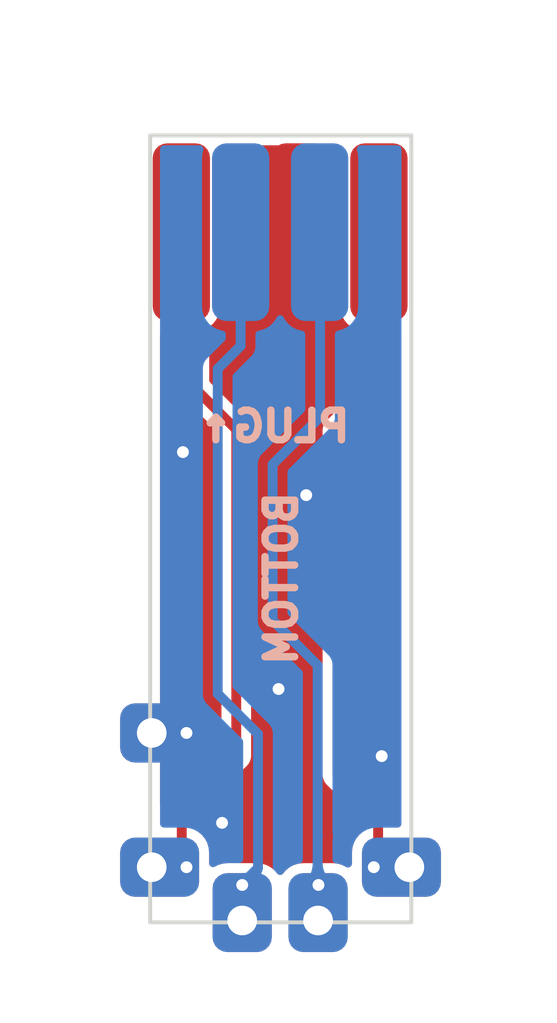
<source format=kicad_pcb>
(kicad_pcb (version 20171130) (host pcbnew "(5.1.8-0-10_14)")

  (general
    (thickness 0.8)
    (drawings 7)
    (tracks 33)
    (zones 0)
    (modules 2)
    (nets 6)
  )

  (page USLetter)
  (title_block
    (rev 1)
  )

  (layers
    (0 Front signal)
    (31 Back signal)
    (34 B.Paste user)
    (35 F.Paste user)
    (36 B.SilkS user)
    (37 F.SilkS user)
    (38 B.Mask user)
    (39 F.Mask user)
    (44 Edge.Cuts user)
    (45 Margin user)
    (46 B.CrtYd user)
    (47 F.CrtYd user)
    (49 F.Fab user hide)
  )

  (setup
    (last_trace_width 0.25)
    (user_trace_width 0.254)
    (user_trace_width 0.508)
    (user_trace_width 0.762)
    (trace_clearance 0.25)
    (zone_clearance 0.2)
    (zone_45_only no)
    (trace_min 0.1524)
    (via_size 0.6)
    (via_drill 0.3)
    (via_min_size 0.508)
    (via_min_drill 0.254)
    (user_via 0.6858 0.3302)
    (user_via 0.889 0.381)
    (uvia_size 0.6858)
    (uvia_drill 0.254)
    (uvias_allowed no)
    (uvia_min_size 0)
    (uvia_min_drill 0)
    (edge_width 0.1)
    (segment_width 0.254)
    (pcb_text_width 0.3048)
    (pcb_text_size 1.524 1.524)
    (mod_edge_width 0.127)
    (mod_text_size 0.762 0.762)
    (mod_text_width 0.127)
    (pad_size 1.524 1.524)
    (pad_drill 0.762)
    (pad_to_mask_clearance 0.0508)
    (aux_axis_origin 0 0)
    (visible_elements FFFFFF7F)
    (pcbplotparams
      (layerselection 0x010fc_ffffffff)
      (usegerberextensions false)
      (usegerberattributes false)
      (usegerberadvancedattributes false)
      (creategerberjobfile false)
      (excludeedgelayer true)
      (linewidth 0.152400)
      (plotframeref false)
      (viasonmask false)
      (mode 1)
      (useauxorigin false)
      (hpglpennumber 1)
      (hpglpenspeed 20)
      (hpglpendiameter 15.000000)
      (psnegative false)
      (psa4output false)
      (plotreference true)
      (plotvalue false)
      (plotinvisibletext false)
      (padsonsilk false)
      (subtractmaskfromsilk true)
      (outputformat 1)
      (mirror false)
      (drillshape 0)
      (scaleselection 1)
      (outputdirectory "./gerbers"))
  )

  (net 0 "")
  (net 1 /Audio_L)
  (net 2 /Audio_R)
  (net 3 /Sync)
  (net 4 /GND)
  (net 5 /+5V)

  (net_class Default "This is the default net class."
    (clearance 0.25)
    (trace_width 0.25)
    (via_dia 0.6)
    (via_drill 0.3)
    (uvia_dia 0.6858)
    (uvia_drill 0.254)
    (diff_pair_width 0.1524)
    (diff_pair_gap 0.1524)
    (add_net /+5V)
    (add_net /Audio_L)
    (add_net /Audio_R)
    (add_net /GND)
    (add_net /Sync)
  )

  (module 8DIN2VGA:DIN_Bottom (layer Front) (tedit 6150A7B4) (tstamp 61247471)
    (at 145 97.84)
    (path /61247066)
    (fp_text reference S1 (at 0.12 3.56) (layer F.Fab)
      (effects (font (size 1 1) (thickness 0.15)))
    )
    (fp_text value DIN_Bottom (at 0 -0.5) (layer F.Fab)
      (effects (font (size 1 1) (thickness 0.15)))
    )
    (pad 4 smd roundrect (at 0.5 0) (size 1.45 4.5) (layers Front F.Mask) (roundrect_rratio 0.25)
      (net 4 /GND) (zone_connect 2))
    (pad 5 smd roundrect (at -2.5 0) (size 1.45 4.5) (layers Front F.Mask) (roundrect_rratio 0.25)
      (net 5 /+5V))
    (pad 3 smd roundrect (at 2.5 0) (size 1.45 4.5) (layers Front F.Mask) (roundrect_rratio 0.25)
      (net 3 /Sync))
    (pad 1 smd roundrect (at 1 0) (size 1.45 4.5) (layers Back B.Mask) (roundrect_rratio 0.25)
      (net 2 /Audio_R))
    (pad 2 smd roundrect (at -1 0) (size 1.45 4.5) (layers Back B.Mask) (roundrect_rratio 0.25)
      (net 1 /Audio_L))
  )

  (module 8DIN2VGA:DIN_Bottom_to_Main (layer Front) (tedit 6150B27E) (tstamp 6124747C)
    (at 145 115.272828)
    (path /6124804F)
    (fp_text reference S2 (at -0.01 -2.732828) (layer F.Fab)
      (effects (font (size 1 1) (thickness 0.15)))
    )
    (fp_text value DIN_Bottom_to_Main (at 0 -16.9) (layer F.Fab)
      (effects (font (size 1 1) (thickness 0.15)))
    )
    (fp_poly (pts (xy 3.264598 -0.004345) (xy 1.328742 -0.015883) (xy 1.313663 -0.089632) (xy 1.272554 -0.1931)
      (xy 1.200837 -0.278474) (xy 1.108129 -0.339795) (xy 1.004047 -0.371106) (xy 0.898206 -0.366449)
      (xy 0.876686 -0.360354) (xy 0.766113 -0.303151) (xy 0.679615 -0.216733) (xy 0.626438 -0.110542)
      (xy 0.624176 -0.102512) (xy 0.597859 -0.004116) (xy 0 -0.01) (xy -0.597859 -0.015883)
      (xy -0.612933 -0.089632) (xy -0.654318 -0.190798) (xy -0.728576 -0.279227) (xy -0.824295 -0.342644)
      (xy -0.861396 -0.356859) (xy -0.93345 -0.375176) (xy -0.990291 -0.375507) (xy -1.057127 -0.35797)
      (xy -1.057754 -0.357763) (xy -1.168701 -0.299185) (xy -1.253459 -0.209074) (xy -1.303146 -0.099778)
      (xy -1.328546 -0.004811) (xy -3.245951 -0.004811) (xy -3.245951 -0.49269) (xy -3.245693 -0.652569)
      (xy -3.244634 -0.773678) (xy -3.242345 -0.861536) (xy -3.2384 -0.921661) (xy -3.232371 -0.95957)
      (xy -3.22383 -0.980783) (xy -3.212349 -0.990816) (xy -3.207198 -0.992824) (xy -3.076377 -1.046349)
      (xy -2.984921 -1.114034) (xy -2.928934 -1.200549) (xy -2.90452 -1.310567) (xy -2.902708 -1.357929)
      (xy -2.908973 -1.451409) (xy -2.930373 -1.518062) (xy -2.949034 -1.547782) (xy -3.011394 -1.614696)
      (xy -3.085737 -1.669847) (xy -3.157752 -1.703752) (xy -3.193865 -1.709955) (xy -3.245951 -1.709955)
      (xy -3.245951 -18.827827) (xy 3.264598 -18.827827) (xy 3.264598 -0.004345)) (layer F.Fab) (width 0.01))
    (pad 2 thru_hole circle (at -0.96 -0.9 270) (size 0.6 0.6) (drill 0.3) (layers *.Cu *.Mask)
      (net 1 /Audio_L))
    (pad 2 thru_hole roundrect (at -0.96 0) (size 1.5 2) (drill 0.75 (offset 0 -0.2)) (layers *.Cu *.Mask) (roundrect_rratio 0.25)
      (net 1 /Audio_L))
    (pad 1 thru_hole roundrect (at 0.96 0) (size 1.5 2) (drill 0.75 (offset 0 -0.2)) (layers *.Cu *.Mask) (roundrect_rratio 0.25)
      (net 2 /Audio_R))
    (pad 1 thru_hole circle (at 0.97 -0.9 270) (size 0.6 0.6) (drill 0.3) (layers *.Cu *.Mask)
      (net 2 /Audio_R))
    (pad 5 thru_hole roundrect (at -3.25 -1.35 270) (size 1.5 2) (drill 0.75 (offset 0 -0.2)) (layers *.Cu *.Mask) (roundrect_rratio 0.25)
      (net 5 /+5V))
    (pad 5 thru_hole circle (at -2.37 -1.35 270) (size 0.6 0.6) (drill 0.3) (layers *.Cu *.Mask)
      (net 5 /+5V))
    (pad 3 thru_hole circle (at 2.37 -1.35 270) (size 0.6 0.6) (drill 0.3) (layers *.Cu *.Mask)
      (net 3 /Sync))
    (pad 3 thru_hole roundrect (at 3.27 -1.35 90) (size 1.5 2) (drill 0.75 (offset 0 -0.2)) (layers *.Cu *.Mask) (roundrect_rratio 0.25)
      (net 3 /Sync))
    (pad 4 thru_hole roundrect (at -3.25 -4.75 270) (size 1.5 2) (drill 0.75 (offset 0 -0.2)) (layers *.Cu *.Mask) (roundrect_rratio 0.25)
      (net 4 /GND))
    (pad 4 thru_hole circle (at -2.37 -4.75 270) (size 0.6 0.6) (drill 0.3) (layers *.Cu *.Mask)
      (net 4 /GND))
  )

  (gr_text PLUG↑ (at 144.82 102.76) (layer B.SilkS)
    (effects (font (size 0.75 0.75) (thickness 0.1875)) (justify mirror))
  )
  (gr_text BOTTOM (at 145.03 106.61 90) (layer B.SilkS)
    (effects (font (size 0.75 0.75) (thickness 0.1875)) (justify mirror))
  )
  (gr_poly (pts (xy 149.25 110.27) (xy 147.76 110.27) (xy 147.76 104.34) (xy 149.25 104.34)) (layer Cmts.User) (width 0.1))
  (gr_line (start 148.32 95.39) (end 148.32 115.32) (layer Edge.Cuts) (width 0.1))
  (gr_line (start 141.71 95.39) (end 148.32 95.39) (layer Edge.Cuts) (width 0.1))
  (gr_line (start 141.71 115.32) (end 141.71 95.39) (layer Edge.Cuts) (width 0.1))
  (gr_line (start 141.71 115.32) (end 148.32 115.32) (layer Edge.Cuts) (width 0.1))

  (segment (start 144.03 114.35) (end 144.02 114.35) (width 0.25) (layer Back) (net 1))
  (segment (start 144.44 113.94) (end 144.03 114.35) (width 0.25) (layer Back) (net 1))
  (segment (start 144.44 110.55) (end 144.44 113.94) (width 0.25) (layer Back) (net 1))
  (segment (start 143.42 101.3) (end 143.42 109.53) (width 0.25) (layer Back) (net 1))
  (segment (start 144 100.72) (end 143.42 101.3) (width 0.25) (layer Back) (net 1))
  (segment (start 143.42 109.53) (end 144.44 110.55) (width 0.25) (layer Back) (net 1))
  (segment (start 144 97.84) (end 144 100.72) (width 0.25) (layer Back) (net 1))
  (segment (start 145.95 108.81) (end 145.95 113.14) (width 0.25) (layer Back) (net 2) (status 20))
  (segment (start 144.81 103.72) (end 144.81 107.67) (width 0.25) (layer Back) (net 2))
  (segment (start 145.95 113.14) (end 145.96 113.15) (width 0.25) (layer Back) (net 2) (status 30))
  (segment (start 146.01 102.52) (end 144.81 103.72) (width 0.25) (layer Back) (net 2))
  (segment (start 146.01 97.85) (end 146.01 102.52) (width 0.25) (layer Back) (net 2) (status 10))
  (segment (start 144.81 107.67) (end 145.95 108.81) (width 0.25) (layer Back) (net 2))
  (segment (start 146 97.84) (end 146.01 97.85) (width 0.25) (layer Back) (net 2) (status 30))
  (segment (start 145.95 113.14) (end 145.95 114.37) (width 0.25) (layer Back) (net 2))
  (segment (start 146.45 102.87) (end 146.45 111.57) (width 0.25) (layer Front) (net 3))
  (segment (start 147.19 102.13) (end 146.45 102.87) (width 0.25) (layer Front) (net 3))
  (segment (start 147.19 98.15) (end 147.19 102.13) (width 0.25) (layer Front) (net 3))
  (segment (start 146.45 111.57) (end 147.48 112.6) (width 0.25) (layer Front) (net 3))
  (segment (start 147.5 97.84) (end 147.19 98.15) (width 0.25) (layer Front) (net 3))
  (segment (start 147.48 112.6) (end 147.48 113.87) (width 0.25) (layer Front) (net 3))
  (via (at 145.66 104.5) (size 0.6) (drill 0.3) (layers Front Back) (net 4))
  (via (at 143.53 112.8) (size 0.6) (drill 0.3) (layers Front Back) (net 4))
  (via (at 147.57 111.11) (size 0.6) (drill 0.3) (layers Front Back) (net 4))
  (via (at 142.54 103.41) (size 0.6) (drill 0.3) (layers Front Back) (net 4))
  (via (at 144.96 109.41) (size 0.6) (drill 0.3) (layers Front Back) (net 4))
  (segment (start 142.51 112.47) (end 142.51 112.51) (width 0.25) (layer Front) (net 5))
  (segment (start 142.51 112.51) (end 142.51 113.79) (width 0.25) (layer Front) (net 5))
  (segment (start 143.89 102.84) (end 143.89 111.09) (width 0.25) (layer Front) (net 5))
  (segment (start 142.83 101.78) (end 143.89 102.84) (width 0.25) (layer Front) (net 5))
  (segment (start 142.5 97.84) (end 142.83 98.17) (width 0.25) (layer Front) (net 5))
  (segment (start 143.89 111.09) (end 142.51 112.47) (width 0.25) (layer Front) (net 5))
  (segment (start 142.83 98.17) (end 142.83 101.78) (width 0.25) (layer Front) (net 5))

  (zone (net 4) (net_name /GND) (layer Front) (tstamp 0) (hatch edge 0.508)
    (connect_pads yes (clearance 0.2))
    (min_thickness 0.2)
    (fill yes (arc_segments 32) (thermal_gap 0.4) (thermal_bridge_width 0.4))
    (polygon
      (pts
        (xy 150.05 116) (xy 137.91 116) (xy 137.91 91.96) (xy 150.05 91.96)
      )
    )
    (filled_polygon
      (pts
        (xy 146.43703 95.813168) (xy 146.423307 95.9525) (xy 146.423307 99.7275) (xy 146.43703 99.866832) (xy 146.477672 100.00081)
        (xy 146.54367 100.124284) (xy 146.632489 100.232511) (xy 146.715001 100.300226) (xy 146.715001 101.933248) (xy 146.130634 102.517616)
        (xy 146.112499 102.532499) (xy 146.053141 102.604827) (xy 146.009034 102.687347) (xy 145.990974 102.746883) (xy 145.981873 102.776884)
        (xy 145.972702 102.87) (xy 145.975 102.893332) (xy 145.975001 111.546658) (xy 145.972702 111.57) (xy 145.981873 111.663116)
        (xy 146.009035 111.752654) (xy 146.053142 111.835173) (xy 146.1125 111.907501) (xy 146.130629 111.922379) (xy 147.005 112.796751)
        (xy 147.005 112.973371) (xy 146.93115 113.033978) (xy 146.840777 113.144099) (xy 146.773623 113.269735) (xy 146.73227 113.406057)
        (xy 146.718307 113.547828) (xy 146.718307 113.832689) (xy 146.613093 113.776451) (xy 146.476771 113.735098) (xy 146.335 113.721135)
        (xy 145.585 113.721135) (xy 145.443229 113.735098) (xy 145.306907 113.776451) (xy 145.181271 113.843605) (xy 145.07115 113.933978)
        (xy 145 114.020675) (xy 144.92885 113.933978) (xy 144.818729 113.843605) (xy 144.693093 113.776451) (xy 144.556771 113.735098)
        (xy 144.415 113.721135) (xy 143.665 113.721135) (xy 143.523229 113.735098) (xy 143.386907 113.776451) (xy 143.301693 113.821999)
        (xy 143.301693 113.547828) (xy 143.28773 113.406057) (xy 143.246377 113.269735) (xy 143.179223 113.144099) (xy 143.08885 113.033978)
        (xy 142.985 112.948751) (xy 142.985 112.66675) (xy 144.209377 111.442375) (xy 144.227501 111.427501) (xy 144.286859 111.355173)
        (xy 144.330966 111.272654) (xy 144.358127 111.183116) (xy 144.365 111.113332) (xy 144.367298 111.09) (xy 144.365 111.066668)
        (xy 144.365 102.863331) (xy 144.367298 102.839999) (xy 144.358127 102.746883) (xy 144.349888 102.719722) (xy 144.330966 102.657346)
        (xy 144.286859 102.574827) (xy 144.227501 102.502499) (xy 144.209371 102.48762) (xy 143.305 101.58325) (xy 143.305 100.283812)
        (xy 143.367511 100.232511) (xy 143.45633 100.124284) (xy 143.522328 100.00081) (xy 143.56297 99.866832) (xy 143.576693 99.7275)
        (xy 143.576693 95.9525) (xy 143.56297 95.813168) (xy 143.540775 95.74) (xy 146.459225 95.74)
      )
    )
    (filled_polygon
      (pts
        (xy 147.970001 112.821135) (xy 147.955 112.821135) (xy 147.955 112.623332) (xy 147.957298 112.6) (xy 147.948127 112.506883)
        (xy 147.929861 112.446669) (xy 147.920966 112.417346) (xy 147.876859 112.334827) (xy 147.817501 112.262499) (xy 147.799371 112.24762)
        (xy 146.925 111.37325) (xy 146.925 103.06675) (xy 147.509371 102.48238) (xy 147.527501 102.467501) (xy 147.586859 102.395173)
        (xy 147.630966 102.312654) (xy 147.658127 102.223116) (xy 147.665 102.153332) (xy 147.667298 102.130001) (xy 147.665 102.106668)
        (xy 147.665 100.441693) (xy 147.8625 100.441693) (xy 147.97 100.431105)
      )
    )
    (filled_polygon
      (pts
        (xy 142.1375 100.441693) (xy 142.355001 100.441693) (xy 142.355001 101.756658) (xy 142.352702 101.78) (xy 142.361873 101.873116)
        (xy 142.384391 101.947346) (xy 142.389035 101.962654) (xy 142.433142 102.045173) (xy 142.4925 102.117501) (xy 142.510629 102.132379)
        (xy 143.415 103.036751) (xy 143.415001 110.893247) (xy 142.190634 112.117616) (xy 142.172499 112.132499) (xy 142.113141 112.204827)
        (xy 142.069034 112.287347) (xy 142.06 112.317128) (xy 142.06 100.43406)
      )
    )
  )
  (zone (net 4) (net_name /GND) (layer Back) (tstamp 0) (hatch edge 0.508)
    (connect_pads yes (clearance 0.2))
    (min_thickness 0.2)
    (fill yes (arc_segments 32) (thermal_gap 0.4) (thermal_bridge_width 0.4))
    (polygon
      (pts
        (xy 152.02 117.87) (xy 140.16 117.87) (xy 140.16 93.97) (xy 152.02 93.97)
      )
    )
    (filled_polygon
      (pts
        (xy 145.04367 100.124284) (xy 145.132489 100.232511) (xy 145.240716 100.32133) (xy 145.36419 100.387328) (xy 145.498168 100.42797)
        (xy 145.535001 100.431598) (xy 145.535001 102.323248) (xy 144.490634 103.367616) (xy 144.472499 103.382499) (xy 144.413141 103.454827)
        (xy 144.369034 103.537347) (xy 144.350112 103.599723) (xy 144.341873 103.626884) (xy 144.332702 103.72) (xy 144.335 103.743332)
        (xy 144.335001 107.646658) (xy 144.332702 107.67) (xy 144.341873 107.763116) (xy 144.369035 107.852654) (xy 144.413142 107.935173)
        (xy 144.4725 108.007501) (xy 144.490629 108.022379) (xy 145.475 109.006751) (xy 145.475001 113.116658) (xy 145.472702 113.14)
        (xy 145.475 113.163332) (xy 145.475 113.731969) (xy 145.443229 113.735098) (xy 145.306907 113.776451) (xy 145.181271 113.843605)
        (xy 145.07115 113.933978) (xy 145 114.020675) (xy 144.92885 113.933978) (xy 144.915637 113.923134) (xy 144.915 113.916668)
        (xy 144.915 110.573332) (xy 144.917298 110.55) (xy 144.908127 110.456884) (xy 144.880966 110.367345) (xy 144.865602 110.338602)
        (xy 144.836859 110.284827) (xy 144.777501 110.212499) (xy 144.759377 110.197625) (xy 143.895 109.33325) (xy 143.895 101.496751)
        (xy 144.319377 101.072375) (xy 144.337501 101.057501) (xy 144.396859 100.985173) (xy 144.440706 100.903141) (xy 144.440966 100.902655)
        (xy 144.468127 100.813116) (xy 144.477298 100.72) (xy 144.475 100.696668) (xy 144.475 100.430613) (xy 144.501832 100.42797)
        (xy 144.63581 100.387328) (xy 144.759284 100.32133) (xy 144.867511 100.232511) (xy 144.95633 100.124284) (xy 145 100.042583)
      )
    )
    (filled_polygon
      (pts
        (xy 147.970001 112.821135) (xy 147.445 112.821135) (xy 147.303229 112.835098) (xy 147.166907 112.876451) (xy 147.041271 112.943605)
        (xy 146.93115 113.033978) (xy 146.840777 113.144099) (xy 146.773623 113.269735) (xy 146.73227 113.406057) (xy 146.718307 113.547828)
        (xy 146.718307 113.832689) (xy 146.613093 113.776451) (xy 146.476771 113.735098) (xy 146.425 113.729999) (xy 146.425 113.253423)
        (xy 146.428127 113.243115) (xy 146.437298 113.149999) (xy 146.428127 113.056884) (xy 146.425 113.046576) (xy 146.425 108.833329)
        (xy 146.427298 108.809999) (xy 146.425 108.786668) (xy 146.418127 108.716884) (xy 146.390966 108.627346) (xy 146.346859 108.544827)
        (xy 146.287501 108.472499) (xy 146.269371 108.45762) (xy 145.285 107.47325) (xy 145.285 103.91675) (xy 146.329371 102.87238)
        (xy 146.347501 102.857501) (xy 146.406859 102.785173) (xy 146.450966 102.702654) (xy 146.478127 102.613116) (xy 146.485 102.543332)
        (xy 146.487298 102.520001) (xy 146.485 102.496669) (xy 146.485 100.429628) (xy 146.501832 100.42797) (xy 146.63581 100.387328)
        (xy 146.759284 100.32133) (xy 146.867511 100.232511) (xy 146.95633 100.124284) (xy 147.022328 100.00081) (xy 147.06297 99.866832)
        (xy 147.076693 99.7275) (xy 147.076693 95.9525) (xy 147.06297 95.813168) (xy 147.040775 95.74) (xy 147.97 95.74)
      )
    )
    (filled_polygon
      (pts
        (xy 142.93703 95.813168) (xy 142.923307 95.9525) (xy 142.923307 99.7275) (xy 142.93703 99.866832) (xy 142.977672 100.00081)
        (xy 143.04367 100.124284) (xy 143.132489 100.232511) (xy 143.240716 100.32133) (xy 143.36419 100.387328) (xy 143.498168 100.42797)
        (xy 143.525001 100.430613) (xy 143.525001 100.523248) (xy 143.100633 100.947617) (xy 143.082499 100.962499) (xy 143.023141 101.034827)
        (xy 142.979034 101.117347) (xy 142.960112 101.179723) (xy 142.951873 101.206884) (xy 142.942702 101.3) (xy 142.945 101.323332)
        (xy 142.945001 109.506658) (xy 142.942702 109.53) (xy 142.951873 109.623116) (xy 142.979035 109.712654) (xy 143.023142 109.795173)
        (xy 143.0825 109.867501) (xy 143.100629 109.882379) (xy 143.965 110.746752) (xy 143.965001 113.721135) (xy 143.665 113.721135)
        (xy 143.523229 113.735098) (xy 143.386907 113.776451) (xy 143.301693 113.821999) (xy 143.301693 113.547828) (xy 143.28773 113.406057)
        (xy 143.246377 113.269735) (xy 143.179223 113.144099) (xy 143.08885 113.033978) (xy 142.978729 112.943605) (xy 142.853093 112.876451)
        (xy 142.716771 112.835098) (xy 142.575 112.821135) (xy 142.06 112.821135) (xy 142.06 95.74) (xy 142.959225 95.74)
      )
    )
  )
  (zone (net 1) (net_name /Audio_L) (layer Back) (tstamp 0) (hatch edge 0.508)
    (priority 16962)
    (connect_pads yes (clearance 0.25))
    (min_thickness 0.0254)
    (fill yes (arc_segments 32) (thermal_gap 0.508) (thermal_bridge_width 0.508))
    (polygon
      (pts
        (xy 144.315 113.919828) (xy 144.308379 113.975528) (xy 144.289705 114.014655) (xy 144.260756 114.040268) (xy 144.223313 114.055423)
        (xy 144.179154 114.063176) (xy 144.130059 114.066584) (xy 144.077808 114.068705) (xy 144.02418 114.072596) (xy 143.970956 114.081312)
        (xy 143.919914 114.097912) (xy 143.94246 114.486783) (xy 144.34 114.372828) (xy 144.3463 114.316052) (xy 144.3634 114.269528)
        (xy 144.388599 114.230368) (xy 144.4192 114.195683) (xy 144.4525 114.162585) (xy 144.4858 114.128187) (xy 144.5164 114.0896)
        (xy 144.5416 114.043937) (xy 144.5587 113.988309) (xy 144.565 113.919828)
      )
    )
    (filled_polygon
      (pts
        (xy 144.546173 113.985838) (xy 144.529847 114.03895) (xy 144.505793 114.082536) (xy 144.476238 114.119805) (xy 144.443479 114.153645)
        (xy 144.410247 114.186675) (xy 144.409677 114.187281) (xy 144.379076 114.221966) (xy 144.377919 114.223496) (xy 144.35272 114.262656)
        (xy 144.35148 114.265147) (xy 144.33438 114.311671) (xy 144.333677 114.314651) (xy 144.328316 114.362966) (xy 143.95422 114.470201)
        (xy 143.93316 114.106959) (xy 143.973963 114.093689) (xy 144.025664 114.085222) (xy 144.07852 114.081387) (xy 144.130574 114.079274)
        (xy 144.130938 114.079254) (xy 144.180033 114.075846) (xy 144.18135 114.075685) (xy 144.225509 114.067932) (xy 144.228078 114.067195)
        (xy 144.265521 114.05204) (xy 144.267726 114.050885) (xy 144.269171 114.04978) (xy 144.29812 114.024167) (xy 144.299814 114.022342)
        (xy 144.301167 114.020125) (xy 144.319841 113.980998) (xy 144.320687 113.978657) (xy 144.32099 113.977027) (xy 144.32628 113.932528)
        (xy 144.551078 113.932528)
      )
    )
  )
  (zone (net 1) (net_name /Audio_L) (layer Back) (tstamp 0) (hatch edge 0.508)
    (priority 16962)
    (connect_pads yes (clearance 0.25))
    (min_thickness 0.0254)
    (fill yes (arc_segments 32) (thermal_gap 0.508) (thermal_bridge_width 0.508))
    (polygon
      (pts
        (xy 144.125 99.285) (xy 144.133323 99.115294) (xy 144.156937 98.975656) (xy 144.193812 98.859544) (xy 144.241913 98.760418)
        (xy 144.29921 98.671735) (xy 144.36367 98.586954) (xy 144.433261 98.499533) (xy 144.505951 98.402932) (xy 144.579708 98.290608)
        (xy 144.6525 98.15602) (xy 144 97.4775) (xy 143.3475 98.15602) (xy 143.420291 98.290608) (xy 143.494048 98.402932)
        (xy 143.566738 98.499533) (xy 143.636329 98.586954) (xy 143.700789 98.671735) (xy 143.758086 98.760418) (xy 143.806187 98.859544)
        (xy 143.843062 98.975656) (xy 143.866676 99.115294) (xy 143.875 99.285)
      )
    )
    (filled_polygon
      (pts
        (xy 144.636916 98.158137) (xy 144.568794 98.284091) (xy 144.495557 98.395623) (xy 144.423219 98.491757) (xy 144.353734 98.579044)
        (xy 144.35356 98.579267) (xy 144.2891 98.664048) (xy 144.288543 98.664843) (xy 144.231246 98.753526) (xy 144.230487 98.754874)
        (xy 144.182386 98.854) (xy 144.181708 98.8557) (xy 144.144833 98.971812) (xy 144.144415 98.973538) (xy 144.120801 99.113176)
        (xy 144.120638 99.114672) (xy 144.112907 99.2723) (xy 143.887093 99.2723) (xy 143.879361 99.114672) (xy 143.879198 99.113176)
        (xy 143.855584 98.973538) (xy 143.855166 98.971812) (xy 143.818291 98.8557) (xy 143.817613 98.854) (xy 143.769512 98.754874)
        (xy 143.768753 98.753526) (xy 143.711456 98.664843) (xy 143.710899 98.664048) (xy 143.646439 98.579267) (xy 143.646265 98.579044)
        (xy 143.57678 98.491757) (xy 143.504442 98.395623) (xy 143.431205 98.284091) (xy 143.363084 98.158137) (xy 144 97.495822)
      )
    )
  )
  (zone (net 2) (net_name /Audio_R) (layer Back) (tstamp 0) (hatch edge 0.508)
    (priority 16962)
    (connect_pads yes (clearance 0.25))
    (min_thickness 0.0254)
    (fill yes (arc_segments 32) (thermal_gap 0.508) (thermal_bridge_width 0.508))
    (polygon
      (pts
        (xy 146.135 99.295) (xy 146.143271 99.123208) (xy 146.166727 98.981713) (xy 146.203332 98.863904) (xy 146.251052 98.763168)
        (xy 146.307849 98.672895) (xy 146.37169 98.586472) (xy 146.440537 98.497288) (xy 146.512356 98.398731) (xy 146.585111 98.28419)
        (xy 146.656767 98.147053) (xy 145.995035 97.477535) (xy 145.35189 98.164928) (xy 145.426635 98.299017) (xy 145.501861 98.411027)
        (xy 145.575601 98.50748) (xy 145.645888 98.5949) (xy 145.710757 98.67981) (xy 145.768241 98.768732) (xy 145.816373 98.868189)
        (xy 145.853188 98.984704) (xy 145.876719 99.1248) (xy 145.885 99.295)
      )
    )
    (filled_polygon
      (pts
        (xy 146.641218 98.149388) (xy 146.574103 98.277835) (xy 146.501855 98.391577) (xy 146.430386 98.489654) (xy 146.361637 98.578711)
        (xy 146.361475 98.578926) (xy 146.297634 98.665349) (xy 146.2971 98.666132) (xy 146.240303 98.756405) (xy 146.239575 98.757731)
        (xy 146.191855 98.858467) (xy 146.191204 98.860136) (xy 146.154599 98.977945) (xy 146.154198 98.979636) (xy 146.130742 99.121131)
        (xy 146.130586 99.122597) (xy 146.122897 99.2823) (xy 145.897097 99.2823) (xy 145.889404 99.124183) (xy 145.889244 99.122696)
        (xy 145.865713 98.9826) (xy 145.865298 98.980878) (xy 145.828483 98.864363) (xy 145.827805 98.862657) (xy 145.779673 98.7632)
        (xy 145.778906 98.761837) (xy 145.721422 98.672915) (xy 145.720849 98.6721) (xy 145.65598 98.58719) (xy 145.655786 98.586942)
        (xy 145.585574 98.499616) (xy 145.512193 98.403632) (xy 145.437472 98.292374) (xy 145.367495 98.166838) (xy 145.995286 97.495856)
      )
    )
  )
  (zone (net 2) (net_name /Audio_R) (layer Back) (tstamp 0) (hatch edge 0.508)
    (priority 16962)
    (connect_pads yes (clearance 0.25))
    (min_thickness 0.0254)
    (fill yes (arc_segments 32) (thermal_gap 0.508) (thermal_bridge_width 0.508))
    (polygon
      (pts
        (xy 145.825 113.78) (xy 145.823352 113.8489) (xy 145.81855 113.907381) (xy 145.810803 113.957615) (xy 145.80032 114.001773)
        (xy 145.787311 114.042028) (xy 145.771986 114.08055) (xy 145.754554 114.119513) (xy 145.735226 114.161088) (xy 145.71421 114.207447)
        (xy 145.691717 114.260763) (xy 145.980221 114.522479) (xy 146.230461 114.223967) (xy 146.20261 114.176771) (xy 146.17716 114.135402)
        (xy 146.154236 114.097907) (xy 146.133964 114.062335) (xy 146.116468 114.026735) (xy 146.101872 113.989154) (xy 146.090303 113.947641)
        (xy 146.081884 113.900246) (xy 146.076742 113.845016) (xy 146.075 113.78)
      )
    )
    (filled_polygon
      (pts
        (xy 146.064047 113.845356) (xy 146.064097 113.846193) (xy 146.069239 113.901423) (xy 146.06938 113.902467) (xy 146.077799 113.949862)
        (xy 146.078069 113.95105) (xy 146.089638 113.992563) (xy 146.090034 113.993752) (xy 146.10463 114.031333) (xy 146.10507 114.032337)
        (xy 146.122566 114.067937) (xy 146.12293 114.068623) (xy 146.143202 114.104195) (xy 146.143401 114.104532) (xy 146.166325 114.142027)
        (xy 146.166343 114.142057) (xy 146.191734 114.183331) (xy 146.21496 114.222689) (xy 145.978972 114.504199) (xy 145.706917 114.257405)
        (xy 145.725842 114.212548) (xy 145.746793 114.166332) (xy 145.76607 114.124867) (xy 145.766147 114.1247) (xy 145.783579 114.085737)
        (xy 145.783786 114.085245) (xy 145.799111 114.046723) (xy 145.799396 114.045933) (xy 145.812405 114.005678) (xy 145.812677 114.004706)
        (xy 145.82316 113.960548) (xy 145.823355 113.959551) (xy 145.831102 113.909317) (xy 145.831207 113.90842) (xy 145.836009 113.849939)
        (xy 145.836048 113.849204) (xy 145.8374 113.7927) (xy 146.062636 113.7927)
      )
    )
  )
  (zone (net 3) (net_name /Sync) (layer Front) (tstamp 0) (hatch edge 0.508)
    (priority 16962)
    (connect_pads yes (clearance 0.25))
    (min_thickness 0.0254)
    (fill yes (arc_segments 32) (thermal_gap 0.508) (thermal_bridge_width 0.508))
    (polygon
      (pts
        (xy 147.315 99.225) (xy 147.323341 99.083154) (xy 147.347509 98.967134) (xy 147.386217 98.872229) (xy 147.438179 98.793729)
        (xy 147.502108 98.726922) (xy 147.576718 98.6671) (xy 147.660723 98.609551) (xy 147.752836 98.549565) (xy 147.851772 98.482431)
        (xy 147.956245 98.40344) (xy 147.654111 97.511891) (xy 146.775052 97.848637) (xy 146.78496 98.018423) (xy 146.808035 98.161675)
        (xy 146.840929 98.285663) (xy 146.880295 98.397659) (xy 146.922788 98.504934) (xy 146.965059 98.614759) (xy 147.003763 98.734407)
        (xy 147.035552 98.871149) (xy 147.05708 99.032256) (xy 147.065 99.225)
      )
    )
    (filled_polygon
      (pts
        (xy 147.941276 98.398837) (xy 147.84438 98.472099) (xy 147.745782 98.539004) (xy 147.653793 98.598909) (xy 147.653545 98.599074)
        (xy 147.56954 98.656623) (xy 147.568774 98.657192) (xy 147.494164 98.717014) (xy 147.492932 98.718142) (xy 147.429003 98.784949)
        (xy 147.427589 98.786719) (xy 147.375627 98.865219) (xy 147.374457 98.867433) (xy 147.335749 98.962338) (xy 147.335076 98.964544)
        (xy 147.310908 99.080564) (xy 147.310663 99.082408) (xy 147.303025 99.2123) (xy 147.077189 99.2123) (xy 147.069769 99.031735)
        (xy 147.069668 99.030574) (xy 147.04814 98.869467) (xy 147.047922 98.868273) (xy 147.016133 98.731531) (xy 147.015847 98.730498)
        (xy 146.977143 98.61085) (xy 146.976911 98.610197) (xy 146.93464 98.500372) (xy 146.934595 98.500257) (xy 146.892193 98.393211)
        (xy 146.853077 98.281927) (xy 146.820472 98.15903) (xy 146.7976 98.017039) (xy 146.788271 97.857173) (xy 147.646322 97.528475)
      )
    )
  )
  (zone (net 3) (net_name /Sync) (layer Front) (tstamp 0) (hatch edge 0.508)
    (priority 16962)
    (connect_pads yes (clearance 0.25))
    (min_thickness 0.0254)
    (fill yes (arc_segments 32) (thermal_gap 0.508) (thermal_bridge_width 0.508))
    (polygon
      (pts
        (xy 147.355 113.34) (xy 147.353056 113.396795) (xy 147.347247 113.445287) (xy 147.337607 113.486882) (xy 147.324171 113.522987)
        (xy 147.306973 113.555007) (xy 147.286048 113.584351) (xy 147.26143 113.612424) (xy 147.233154 113.640633) (xy 147.201253 113.670384)
        (xy 147.165763 113.703085) (xy 147.315629 114.062626) (xy 147.669038 113.898824) (xy 147.662714 113.834326) (xy 147.655218 113.778509)
        (xy 147.646983 113.728836) (xy 147.638441 113.682769) (xy 147.630026 113.637771) (xy 147.622171 113.591305) (xy 147.615308 113.540832)
        (xy 147.609869 113.483815) (xy 147.606289 113.417716) (xy 147.605 113.34)
      )
    )
    (filled_polygon
      (pts
        (xy 147.593591 113.417927) (xy 147.593608 113.418403) (xy 147.597188 113.484502) (xy 147.597226 113.485021) (xy 147.602665 113.542038)
        (xy 147.602724 113.542543) (xy 147.609587 113.593016) (xy 147.609649 113.593422) (xy 147.617504 113.639888) (xy 147.617542 113.640106)
        (xy 147.625957 113.685104) (xy 147.625958 113.685104) (xy 147.634472 113.731022) (xy 147.642657 113.780395) (xy 147.650098 113.835801)
        (xy 147.655519 113.891091) (xy 147.32227 114.04555) (xy 147.180905 113.706403) (xy 147.209859 113.679724) (xy 147.209915 113.679672)
        (xy 147.241816 113.649921) (xy 147.242124 113.649624) (xy 147.2704 113.621415) (xy 147.270979 113.620797) (xy 147.295597 113.592724)
        (xy 147.296388 113.591725) (xy 147.317313 113.562381) (xy 147.318161 113.561016) (xy 147.335359 113.528996) (xy 147.336074 113.527416)
        (xy 147.34951 113.491311) (xy 147.349979 113.489749) (xy 147.359619 113.448154) (xy 147.359857 113.446798) (xy 147.365666 113.398306)
        (xy 147.365749 113.397229) (xy 147.367273 113.3527) (xy 147.592509 113.3527)
      )
    )
  )
  (zone (net 5) (net_name /+5V) (layer Front) (tstamp 0) (hatch edge 0.508)
    (priority 16962)
    (connect_pads yes (clearance 0.25))
    (min_thickness 0.0254)
    (fill yes (arc_segments 32) (thermal_gap 0.508) (thermal_bridge_width 0.508))
    (polygon
      (pts
        (xy 142.385 113.34) (xy 142.383787 113.418846) (xy 142.380447 113.48594) (xy 142.375422 113.543852) (xy 142.369156 113.595149)
        (xy 142.362094 113.642401) (xy 142.354679 113.688177) (xy 142.347356 113.735047) (xy 142.340567 113.785578) (xy 142.334758 113.842342)
        (xy 142.330372 113.907906) (xy 142.688587 114.060913) (xy 142.827477 113.696991) (xy 142.791351 113.665594) (xy 142.758888 113.63686)
        (xy 142.730121 113.609431) (xy 142.705083 113.581952) (xy 142.683806 113.553064) (xy 142.666323 113.521411) (xy 142.652669 113.485635)
        (xy 142.642874 113.444379) (xy 142.636974 113.396286) (xy 142.635 113.34)
      )
    )
    (filled_polygon
      (pts
        (xy 142.624282 113.396731) (xy 142.624369 113.397832) (xy 142.630269 113.445925) (xy 142.630517 113.447313) (xy 142.640312 113.488569)
        (xy 142.640804 113.490163) (xy 142.654458 113.525939) (xy 142.655206 113.527551) (xy 142.672689 113.559204) (xy 142.67358 113.560596)
        (xy 142.694857 113.589484) (xy 142.695695 113.590506) (xy 142.720733 113.617985) (xy 142.721357 113.618622) (xy 142.750124 113.646051)
        (xy 142.750471 113.64637) (xy 142.782934 113.675104) (xy 142.78302 113.67518) (xy 142.812447 113.700755) (xy 142.681431 114.044046)
        (xy 142.343645 113.899766) (xy 142.347416 113.843403) (xy 142.35318 113.787073) (xy 142.359924 113.736876) (xy 142.367216 113.690208)
        (xy 142.374631 113.644432) (xy 142.374654 113.644278) (xy 142.381716 113.597026) (xy 142.381762 113.596689) (xy 142.388028 113.545392)
        (xy 142.388074 113.54495) (xy 142.393099 113.487038) (xy 142.393131 113.486571) (xy 142.396471 113.419477) (xy 142.396485 113.419041)
        (xy 142.397506 113.3527) (xy 142.622738 113.3527)
      )
    )
  )
  (zone (net 5) (net_name /+5V) (layer Front) (tstamp 0) (hatch edge 0.508)
    (priority 16962)
    (connect_pads yes (clearance 0.25))
    (min_thickness 0.0254)
    (fill yes (arc_segments 32) (thermal_gap 0.508) (thermal_bridge_width 0.508))
    (polygon
      (pts
        (xy 142.955 99.215) (xy 142.96256 99.022878) (xy 142.98308 98.862091) (xy 143.013319 98.72544) (xy 143.05004 98.605727)
        (xy 143.09 98.495752) (xy 143.12996 98.388317) (xy 143.16668 98.276223) (xy 143.19692 98.152272) (xy 143.21744 98.009263)
        (xy 143.225 97.84) (xy 142.3359 97.516771) (xy 142.061248 98.417166) (xy 142.16645 98.491936) (xy 142.265959 98.555656)
        (xy 142.358508 98.612889) (xy 142.44283 98.668194) (xy 142.517656 98.726134) (xy 142.58172 98.79127) (xy 142.633753 98.868163)
        (xy 142.67249 98.961375) (xy 142.696661 99.075466) (xy 142.705 99.215)
      )
    )
    (filled_polygon
      (pts
        (xy 143.211897 97.84875) (xy 143.204781 98.008074) (xy 143.184436 98.149859) (xy 143.154459 98.272732) (xy 143.117964 98.384139)
        (xy 143.078097 98.491325) (xy 143.078064 98.491415) (xy 143.038104 98.60139) (xy 143.037898 98.602003) (xy 143.001177 98.721716)
        (xy 143.000919 98.722696) (xy 142.97068 98.859347) (xy 142.970482 98.860483) (xy 142.949962 99.02127) (xy 142.94987 99.022379)
        (xy 142.94279 99.2023) (xy 142.716963 99.2023) (xy 142.709338 99.074708) (xy 142.709085 99.072834) (xy 142.684914 98.958743)
        (xy 142.684218 98.956501) (xy 142.645481 98.863289) (xy 142.644271 98.861045) (xy 142.592238 98.784152) (xy 142.590774 98.782365)
        (xy 142.52671 98.717229) (xy 142.525431 98.716092) (xy 142.450605 98.658152) (xy 142.449795 98.657574) (xy 142.365473 98.602269)
        (xy 142.365188 98.602088) (xy 142.27274 98.544918) (xy 142.173555 98.481405) (xy 142.076065 98.412116) (xy 142.344141 97.53328)
      )
    )
  )
)

</source>
